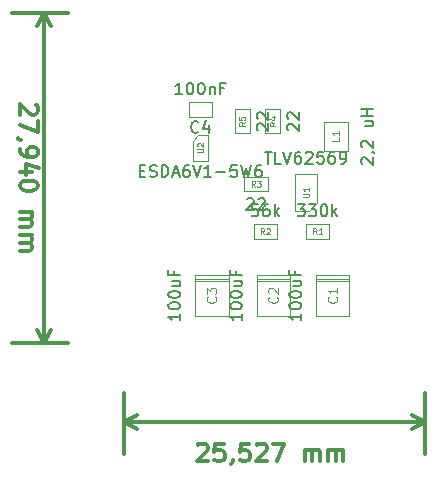
<source format=gbr>
G04 #@! TF.FileFunction,Other,Fab,Top*
%FSLAX46Y46*%
G04 Gerber Fmt 4.6, Leading zero omitted, Abs format (unit mm)*
G04 Created by KiCad (PCBNEW 4.0.6) date 09/05/17 06:11:10*
%MOMM*%
%LPD*%
G01*
G04 APERTURE LIST*
%ADD10C,0.100000*%
%ADD11C,0.300000*%
%ADD12C,0.150000*%
%ADD13C,0.120000*%
%ADD14C,0.075000*%
%ADD15C,0.090000*%
G04 APERTURE END LIST*
D10*
D11*
X145096715Y-99336429D02*
X145168144Y-99265000D01*
X145311001Y-99193571D01*
X145668144Y-99193571D01*
X145811001Y-99265000D01*
X145882430Y-99336429D01*
X145953858Y-99479286D01*
X145953858Y-99622143D01*
X145882430Y-99836429D01*
X145025287Y-100693571D01*
X145953858Y-100693571D01*
X147311001Y-99193571D02*
X146596715Y-99193571D01*
X146525286Y-99907857D01*
X146596715Y-99836429D01*
X146739572Y-99765000D01*
X147096715Y-99765000D01*
X147239572Y-99836429D01*
X147311001Y-99907857D01*
X147382429Y-100050714D01*
X147382429Y-100407857D01*
X147311001Y-100550714D01*
X147239572Y-100622143D01*
X147096715Y-100693571D01*
X146739572Y-100693571D01*
X146596715Y-100622143D01*
X146525286Y-100550714D01*
X148096714Y-100622143D02*
X148096714Y-100693571D01*
X148025286Y-100836429D01*
X147953857Y-100907857D01*
X149453858Y-99193571D02*
X148739572Y-99193571D01*
X148668143Y-99907857D01*
X148739572Y-99836429D01*
X148882429Y-99765000D01*
X149239572Y-99765000D01*
X149382429Y-99836429D01*
X149453858Y-99907857D01*
X149525286Y-100050714D01*
X149525286Y-100407857D01*
X149453858Y-100550714D01*
X149382429Y-100622143D01*
X149239572Y-100693571D01*
X148882429Y-100693571D01*
X148739572Y-100622143D01*
X148668143Y-100550714D01*
X150096714Y-99336429D02*
X150168143Y-99265000D01*
X150311000Y-99193571D01*
X150668143Y-99193571D01*
X150811000Y-99265000D01*
X150882429Y-99336429D01*
X150953857Y-99479286D01*
X150953857Y-99622143D01*
X150882429Y-99836429D01*
X150025286Y-100693571D01*
X150953857Y-100693571D01*
X151453857Y-99193571D02*
X152453857Y-99193571D01*
X151811000Y-100693571D01*
X154168142Y-100693571D02*
X154168142Y-99693571D01*
X154168142Y-99836429D02*
X154239570Y-99765000D01*
X154382428Y-99693571D01*
X154596713Y-99693571D01*
X154739570Y-99765000D01*
X154810999Y-99907857D01*
X154810999Y-100693571D01*
X154810999Y-99907857D02*
X154882428Y-99765000D01*
X155025285Y-99693571D01*
X155239570Y-99693571D01*
X155382428Y-99765000D01*
X155453856Y-99907857D01*
X155453856Y-100693571D01*
X156168142Y-100693571D02*
X156168142Y-99693571D01*
X156168142Y-99836429D02*
X156239570Y-99765000D01*
X156382428Y-99693571D01*
X156596713Y-99693571D01*
X156739570Y-99765000D01*
X156810999Y-99907857D01*
X156810999Y-100693571D01*
X156810999Y-99907857D02*
X156882428Y-99765000D01*
X157025285Y-99693571D01*
X157239570Y-99693571D01*
X157382428Y-99765000D01*
X157453856Y-99907857D01*
X157453856Y-100693571D01*
X164363400Y-97358999D02*
X138836400Y-97358999D01*
X164363400Y-94946000D02*
X164363400Y-100058999D01*
X138836400Y-94946000D02*
X138836400Y-100058999D01*
X138836400Y-97358999D02*
X139962904Y-96772578D01*
X138836400Y-97358999D02*
X139962904Y-97945420D01*
X164363400Y-97358999D02*
X163236896Y-96772578D01*
X164363400Y-97358999D02*
X163236896Y-97945420D01*
X131433971Y-70493715D02*
X131505400Y-70565144D01*
X131576829Y-70708001D01*
X131576829Y-71065144D01*
X131505400Y-71208001D01*
X131433971Y-71279430D01*
X131291114Y-71350858D01*
X131148257Y-71350858D01*
X130933971Y-71279430D01*
X130076829Y-70422287D01*
X130076829Y-71350858D01*
X131576829Y-71850858D02*
X131576829Y-72850858D01*
X130076829Y-72208001D01*
X130148257Y-73493714D02*
X130076829Y-73493714D01*
X129933971Y-73422286D01*
X129862543Y-73350857D01*
X130076829Y-74208000D02*
X130076829Y-74493715D01*
X130148257Y-74636572D01*
X130219686Y-74708000D01*
X130433971Y-74850858D01*
X130719686Y-74922286D01*
X131291114Y-74922286D01*
X131433971Y-74850858D01*
X131505400Y-74779429D01*
X131576829Y-74636572D01*
X131576829Y-74350858D01*
X131505400Y-74208000D01*
X131433971Y-74136572D01*
X131291114Y-74065143D01*
X130933971Y-74065143D01*
X130791114Y-74136572D01*
X130719686Y-74208000D01*
X130648257Y-74350858D01*
X130648257Y-74636572D01*
X130719686Y-74779429D01*
X130791114Y-74850858D01*
X130933971Y-74922286D01*
X131076829Y-76208000D02*
X130076829Y-76208000D01*
X131648257Y-75850857D02*
X130576829Y-75493714D01*
X130576829Y-76422286D01*
X131576829Y-77279428D02*
X131576829Y-77422285D01*
X131505400Y-77565142D01*
X131433971Y-77636571D01*
X131291114Y-77708000D01*
X131005400Y-77779428D01*
X130648257Y-77779428D01*
X130362543Y-77708000D01*
X130219686Y-77636571D01*
X130148257Y-77565142D01*
X130076829Y-77422285D01*
X130076829Y-77279428D01*
X130148257Y-77136571D01*
X130219686Y-77065142D01*
X130362543Y-76993714D01*
X130648257Y-76922285D01*
X131005400Y-76922285D01*
X131291114Y-76993714D01*
X131433971Y-77065142D01*
X131505400Y-77136571D01*
X131576829Y-77279428D01*
X130076829Y-79565142D02*
X131076829Y-79565142D01*
X130933971Y-79565142D02*
X131005400Y-79636570D01*
X131076829Y-79779428D01*
X131076829Y-79993713D01*
X131005400Y-80136570D01*
X130862543Y-80207999D01*
X130076829Y-80207999D01*
X130862543Y-80207999D02*
X131005400Y-80279428D01*
X131076829Y-80422285D01*
X131076829Y-80636570D01*
X131005400Y-80779428D01*
X130862543Y-80850856D01*
X130076829Y-80850856D01*
X130076829Y-81565142D02*
X131076829Y-81565142D01*
X130933971Y-81565142D02*
X131005400Y-81636570D01*
X131076829Y-81779428D01*
X131076829Y-81993713D01*
X131005400Y-82136570D01*
X130862543Y-82207999D01*
X130076829Y-82207999D01*
X130862543Y-82207999D02*
X131005400Y-82279428D01*
X131076829Y-82422285D01*
X131076829Y-82636570D01*
X131005400Y-82779428D01*
X130862543Y-82850856D01*
X130076829Y-82850856D01*
X132105400Y-62738000D02*
X132105400Y-90678000D01*
X134137400Y-62738000D02*
X129405400Y-62738000D01*
X134137400Y-90678000D02*
X129405400Y-90678000D01*
X132105400Y-90678000D02*
X131518979Y-89551496D01*
X132105400Y-90678000D02*
X132691821Y-89551496D01*
X132105400Y-62738000D02*
X131518979Y-63864504D01*
X132105400Y-62738000D02*
X132691821Y-63864504D01*
D10*
X157961000Y-84885000D02*
X155161000Y-84885000D01*
X155161000Y-84885000D02*
X155161000Y-88385000D01*
X155161000Y-88385000D02*
X157961000Y-88385000D01*
X157961000Y-88385000D02*
X157961000Y-84885000D01*
X157961000Y-85235000D02*
X155161000Y-85235000D01*
X157961000Y-85410000D02*
X155161000Y-85410000D01*
X146026000Y-73055000D02*
X145176000Y-73055000D01*
X144676000Y-73555000D02*
X144676000Y-75255000D01*
X146026000Y-73055000D02*
X146026000Y-75255000D01*
X146026000Y-75255000D02*
X144676000Y-75255000D01*
X145176000Y-73055000D02*
X144676000Y-73555000D01*
X152941000Y-84895000D02*
X150141000Y-84895000D01*
X150141000Y-84895000D02*
X150141000Y-88395000D01*
X150141000Y-88395000D02*
X152941000Y-88395000D01*
X152941000Y-88395000D02*
X152941000Y-84895000D01*
X152941000Y-85245000D02*
X150141000Y-85245000D01*
X152941000Y-85420000D02*
X150141000Y-85420000D01*
X147721000Y-84895000D02*
X144921000Y-84895000D01*
X144921000Y-84895000D02*
X144921000Y-88395000D01*
X144921000Y-88395000D02*
X147721000Y-88395000D01*
X147721000Y-88395000D02*
X147721000Y-84895000D01*
X147721000Y-85245000D02*
X144921000Y-85245000D01*
X147721000Y-85420000D02*
X144921000Y-85420000D01*
X146341000Y-70305000D02*
X146341000Y-71545000D01*
X144341000Y-70305000D02*
X146341000Y-70305000D01*
X144341000Y-71545000D02*
X144341000Y-70305000D01*
X146341000Y-71545000D02*
X144341000Y-71545000D01*
X156261000Y-80625000D02*
X156261000Y-81865000D01*
X154261000Y-80625000D02*
X156261000Y-80625000D01*
X154261000Y-81865000D02*
X154261000Y-80625000D01*
X156261000Y-81865000D02*
X154261000Y-81865000D01*
X151841000Y-80625000D02*
X151841000Y-81865000D01*
X149841000Y-80625000D02*
X151841000Y-80625000D01*
X149841000Y-81865000D02*
X149841000Y-80625000D01*
X151841000Y-81865000D02*
X149841000Y-81865000D01*
X149041000Y-77845000D02*
X149041000Y-76605000D01*
X151041000Y-77845000D02*
X149041000Y-77845000D01*
X151041000Y-76605000D02*
X151041000Y-77845000D01*
X149041000Y-76605000D02*
X151041000Y-76605000D01*
X152091000Y-72905000D02*
X150851000Y-72905000D01*
X152091000Y-70905000D02*
X152091000Y-72905000D01*
X150851000Y-70905000D02*
X152091000Y-70905000D01*
X150851000Y-72905000D02*
X150851000Y-70905000D01*
X149511000Y-72895000D02*
X148271000Y-72895000D01*
X149511000Y-70895000D02*
X149511000Y-72895000D01*
X148271000Y-70895000D02*
X149511000Y-70895000D01*
X148271000Y-72895000D02*
X148271000Y-70895000D01*
X155831000Y-74425000D02*
X157831000Y-74425000D01*
X157831000Y-74425000D02*
X157831000Y-71925000D01*
X157831000Y-71925000D02*
X155831000Y-71925000D01*
X155831000Y-71925000D02*
X155831000Y-74425000D01*
X155191000Y-78835000D02*
X154541000Y-79485000D01*
X153391000Y-79485000D02*
X154541000Y-79485000D01*
X155191000Y-78835000D02*
X155191000Y-76385000D01*
X153391000Y-76385000D02*
X155191000Y-76385000D01*
X153391000Y-79485000D02*
X153391000Y-76385000D01*
D12*
X153863381Y-88182619D02*
X153863381Y-88754048D01*
X153863381Y-88468334D02*
X152863381Y-88468334D01*
X153006238Y-88563572D01*
X153101476Y-88658810D01*
X153149095Y-88754048D01*
X152863381Y-87563572D02*
X152863381Y-87468333D01*
X152911000Y-87373095D01*
X152958619Y-87325476D01*
X153053857Y-87277857D01*
X153244333Y-87230238D01*
X153482429Y-87230238D01*
X153672905Y-87277857D01*
X153768143Y-87325476D01*
X153815762Y-87373095D01*
X153863381Y-87468333D01*
X153863381Y-87563572D01*
X153815762Y-87658810D01*
X153768143Y-87706429D01*
X153672905Y-87754048D01*
X153482429Y-87801667D01*
X153244333Y-87801667D01*
X153053857Y-87754048D01*
X152958619Y-87706429D01*
X152911000Y-87658810D01*
X152863381Y-87563572D01*
X152863381Y-86611191D02*
X152863381Y-86515952D01*
X152911000Y-86420714D01*
X152958619Y-86373095D01*
X153053857Y-86325476D01*
X153244333Y-86277857D01*
X153482429Y-86277857D01*
X153672905Y-86325476D01*
X153768143Y-86373095D01*
X153815762Y-86420714D01*
X153863381Y-86515952D01*
X153863381Y-86611191D01*
X153815762Y-86706429D01*
X153768143Y-86754048D01*
X153672905Y-86801667D01*
X153482429Y-86849286D01*
X153244333Y-86849286D01*
X153053857Y-86801667D01*
X152958619Y-86754048D01*
X152911000Y-86706429D01*
X152863381Y-86611191D01*
X153196714Y-85420714D02*
X153863381Y-85420714D01*
X153196714Y-85849286D02*
X153720524Y-85849286D01*
X153815762Y-85801667D01*
X153863381Y-85706429D01*
X153863381Y-85563571D01*
X153815762Y-85468333D01*
X153768143Y-85420714D01*
X153339571Y-84611190D02*
X153339571Y-84944524D01*
X153863381Y-84944524D02*
X152863381Y-84944524D01*
X152863381Y-84468333D01*
D13*
X156846714Y-86768333D02*
X156884810Y-86806428D01*
X156922905Y-86920714D01*
X156922905Y-86996904D01*
X156884810Y-87111190D01*
X156808619Y-87187381D01*
X156732429Y-87225476D01*
X156580048Y-87263571D01*
X156465762Y-87263571D01*
X156313381Y-87225476D01*
X156237190Y-87187381D01*
X156161000Y-87111190D01*
X156122905Y-86996904D01*
X156122905Y-86920714D01*
X156161000Y-86806428D01*
X156199095Y-86768333D01*
X156922905Y-86006428D02*
X156922905Y-86463571D01*
X156922905Y-86235000D02*
X156122905Y-86235000D01*
X156237190Y-86311190D01*
X156313381Y-86387381D01*
X156351476Y-86463571D01*
D12*
X140208143Y-76083571D02*
X140541477Y-76083571D01*
X140684334Y-76607381D02*
X140208143Y-76607381D01*
X140208143Y-75607381D01*
X140684334Y-75607381D01*
X141065286Y-76559762D02*
X141208143Y-76607381D01*
X141446239Y-76607381D01*
X141541477Y-76559762D01*
X141589096Y-76512143D01*
X141636715Y-76416905D01*
X141636715Y-76321667D01*
X141589096Y-76226429D01*
X141541477Y-76178810D01*
X141446239Y-76131190D01*
X141255762Y-76083571D01*
X141160524Y-76035952D01*
X141112905Y-75988333D01*
X141065286Y-75893095D01*
X141065286Y-75797857D01*
X141112905Y-75702619D01*
X141160524Y-75655000D01*
X141255762Y-75607381D01*
X141493858Y-75607381D01*
X141636715Y-75655000D01*
X142065286Y-76607381D02*
X142065286Y-75607381D01*
X142303381Y-75607381D01*
X142446239Y-75655000D01*
X142541477Y-75750238D01*
X142589096Y-75845476D01*
X142636715Y-76035952D01*
X142636715Y-76178810D01*
X142589096Y-76369286D01*
X142541477Y-76464524D01*
X142446239Y-76559762D01*
X142303381Y-76607381D01*
X142065286Y-76607381D01*
X143017667Y-76321667D02*
X143493858Y-76321667D01*
X142922429Y-76607381D02*
X143255762Y-75607381D01*
X143589096Y-76607381D01*
X144351001Y-75607381D02*
X144160524Y-75607381D01*
X144065286Y-75655000D01*
X144017667Y-75702619D01*
X143922429Y-75845476D01*
X143874810Y-76035952D01*
X143874810Y-76416905D01*
X143922429Y-76512143D01*
X143970048Y-76559762D01*
X144065286Y-76607381D01*
X144255763Y-76607381D01*
X144351001Y-76559762D01*
X144398620Y-76512143D01*
X144446239Y-76416905D01*
X144446239Y-76178810D01*
X144398620Y-76083571D01*
X144351001Y-76035952D01*
X144255763Y-75988333D01*
X144065286Y-75988333D01*
X143970048Y-76035952D01*
X143922429Y-76083571D01*
X143874810Y-76178810D01*
X144731953Y-75607381D02*
X145065286Y-76607381D01*
X145398620Y-75607381D01*
X146255763Y-76607381D02*
X145684334Y-76607381D01*
X145970048Y-76607381D02*
X145970048Y-75607381D01*
X145874810Y-75750238D01*
X145779572Y-75845476D01*
X145684334Y-75893095D01*
X146684334Y-76226429D02*
X147446239Y-76226429D01*
X148398620Y-75607381D02*
X147922429Y-75607381D01*
X147874810Y-76083571D01*
X147922429Y-76035952D01*
X148017667Y-75988333D01*
X148255763Y-75988333D01*
X148351001Y-76035952D01*
X148398620Y-76083571D01*
X148446239Y-76178810D01*
X148446239Y-76416905D01*
X148398620Y-76512143D01*
X148351001Y-76559762D01*
X148255763Y-76607381D01*
X148017667Y-76607381D01*
X147922429Y-76559762D01*
X147874810Y-76512143D01*
X148779572Y-75607381D02*
X149017667Y-76607381D01*
X149208144Y-75893095D01*
X149398620Y-76607381D01*
X149636715Y-75607381D01*
X150446239Y-75607381D02*
X150255762Y-75607381D01*
X150160524Y-75655000D01*
X150112905Y-75702619D01*
X150017667Y-75845476D01*
X149970048Y-76035952D01*
X149970048Y-76416905D01*
X150017667Y-76512143D01*
X150065286Y-76559762D01*
X150160524Y-76607381D01*
X150351001Y-76607381D01*
X150446239Y-76559762D01*
X150493858Y-76512143D01*
X150541477Y-76416905D01*
X150541477Y-76178810D01*
X150493858Y-76083571D01*
X150446239Y-76035952D01*
X150351001Y-75988333D01*
X150160524Y-75988333D01*
X150065286Y-76035952D01*
X150017667Y-76083571D01*
X149970048Y-76178810D01*
D14*
X145077190Y-74535952D02*
X145481952Y-74535952D01*
X145529571Y-74512143D01*
X145553381Y-74488333D01*
X145577190Y-74440714D01*
X145577190Y-74345476D01*
X145553381Y-74297857D01*
X145529571Y-74274048D01*
X145481952Y-74250238D01*
X145077190Y-74250238D01*
X145124810Y-74035952D02*
X145101000Y-74012142D01*
X145077190Y-73964523D01*
X145077190Y-73845476D01*
X145101000Y-73797857D01*
X145124810Y-73774047D01*
X145172429Y-73750238D01*
X145220048Y-73750238D01*
X145291476Y-73774047D01*
X145577190Y-74059761D01*
X145577190Y-73750238D01*
D12*
X148843381Y-88192619D02*
X148843381Y-88764048D01*
X148843381Y-88478334D02*
X147843381Y-88478334D01*
X147986238Y-88573572D01*
X148081476Y-88668810D01*
X148129095Y-88764048D01*
X147843381Y-87573572D02*
X147843381Y-87478333D01*
X147891000Y-87383095D01*
X147938619Y-87335476D01*
X148033857Y-87287857D01*
X148224333Y-87240238D01*
X148462429Y-87240238D01*
X148652905Y-87287857D01*
X148748143Y-87335476D01*
X148795762Y-87383095D01*
X148843381Y-87478333D01*
X148843381Y-87573572D01*
X148795762Y-87668810D01*
X148748143Y-87716429D01*
X148652905Y-87764048D01*
X148462429Y-87811667D01*
X148224333Y-87811667D01*
X148033857Y-87764048D01*
X147938619Y-87716429D01*
X147891000Y-87668810D01*
X147843381Y-87573572D01*
X147843381Y-86621191D02*
X147843381Y-86525952D01*
X147891000Y-86430714D01*
X147938619Y-86383095D01*
X148033857Y-86335476D01*
X148224333Y-86287857D01*
X148462429Y-86287857D01*
X148652905Y-86335476D01*
X148748143Y-86383095D01*
X148795762Y-86430714D01*
X148843381Y-86525952D01*
X148843381Y-86621191D01*
X148795762Y-86716429D01*
X148748143Y-86764048D01*
X148652905Y-86811667D01*
X148462429Y-86859286D01*
X148224333Y-86859286D01*
X148033857Y-86811667D01*
X147938619Y-86764048D01*
X147891000Y-86716429D01*
X147843381Y-86621191D01*
X148176714Y-85430714D02*
X148843381Y-85430714D01*
X148176714Y-85859286D02*
X148700524Y-85859286D01*
X148795762Y-85811667D01*
X148843381Y-85716429D01*
X148843381Y-85573571D01*
X148795762Y-85478333D01*
X148748143Y-85430714D01*
X148319571Y-84621190D02*
X148319571Y-84954524D01*
X148843381Y-84954524D02*
X147843381Y-84954524D01*
X147843381Y-84478333D01*
D13*
X151826714Y-86778333D02*
X151864810Y-86816428D01*
X151902905Y-86930714D01*
X151902905Y-87006904D01*
X151864810Y-87121190D01*
X151788619Y-87197381D01*
X151712429Y-87235476D01*
X151560048Y-87273571D01*
X151445762Y-87273571D01*
X151293381Y-87235476D01*
X151217190Y-87197381D01*
X151141000Y-87121190D01*
X151102905Y-87006904D01*
X151102905Y-86930714D01*
X151141000Y-86816428D01*
X151179095Y-86778333D01*
X151179095Y-86473571D02*
X151141000Y-86435476D01*
X151102905Y-86359285D01*
X151102905Y-86168809D01*
X151141000Y-86092619D01*
X151179095Y-86054523D01*
X151255286Y-86016428D01*
X151331476Y-86016428D01*
X151445762Y-86054523D01*
X151902905Y-86511666D01*
X151902905Y-86016428D01*
D12*
X143623381Y-88192619D02*
X143623381Y-88764048D01*
X143623381Y-88478334D02*
X142623381Y-88478334D01*
X142766238Y-88573572D01*
X142861476Y-88668810D01*
X142909095Y-88764048D01*
X142623381Y-87573572D02*
X142623381Y-87478333D01*
X142671000Y-87383095D01*
X142718619Y-87335476D01*
X142813857Y-87287857D01*
X143004333Y-87240238D01*
X143242429Y-87240238D01*
X143432905Y-87287857D01*
X143528143Y-87335476D01*
X143575762Y-87383095D01*
X143623381Y-87478333D01*
X143623381Y-87573572D01*
X143575762Y-87668810D01*
X143528143Y-87716429D01*
X143432905Y-87764048D01*
X143242429Y-87811667D01*
X143004333Y-87811667D01*
X142813857Y-87764048D01*
X142718619Y-87716429D01*
X142671000Y-87668810D01*
X142623381Y-87573572D01*
X142623381Y-86621191D02*
X142623381Y-86525952D01*
X142671000Y-86430714D01*
X142718619Y-86383095D01*
X142813857Y-86335476D01*
X143004333Y-86287857D01*
X143242429Y-86287857D01*
X143432905Y-86335476D01*
X143528143Y-86383095D01*
X143575762Y-86430714D01*
X143623381Y-86525952D01*
X143623381Y-86621191D01*
X143575762Y-86716429D01*
X143528143Y-86764048D01*
X143432905Y-86811667D01*
X143242429Y-86859286D01*
X143004333Y-86859286D01*
X142813857Y-86811667D01*
X142718619Y-86764048D01*
X142671000Y-86716429D01*
X142623381Y-86621191D01*
X142956714Y-85430714D02*
X143623381Y-85430714D01*
X142956714Y-85859286D02*
X143480524Y-85859286D01*
X143575762Y-85811667D01*
X143623381Y-85716429D01*
X143623381Y-85573571D01*
X143575762Y-85478333D01*
X143528143Y-85430714D01*
X143099571Y-84621190D02*
X143099571Y-84954524D01*
X143623381Y-84954524D02*
X142623381Y-84954524D01*
X142623381Y-84478333D01*
D13*
X146606714Y-86778333D02*
X146644810Y-86816428D01*
X146682905Y-86930714D01*
X146682905Y-87006904D01*
X146644810Y-87121190D01*
X146568619Y-87197381D01*
X146492429Y-87235476D01*
X146340048Y-87273571D01*
X146225762Y-87273571D01*
X146073381Y-87235476D01*
X145997190Y-87197381D01*
X145921000Y-87121190D01*
X145882905Y-87006904D01*
X145882905Y-86930714D01*
X145921000Y-86816428D01*
X145959095Y-86778333D01*
X145882905Y-86511666D02*
X145882905Y-86016428D01*
X146187667Y-86283095D01*
X146187667Y-86168809D01*
X146225762Y-86092619D01*
X146263857Y-86054523D01*
X146340048Y-86016428D01*
X146530524Y-86016428D01*
X146606714Y-86054523D01*
X146644810Y-86092619D01*
X146682905Y-86168809D01*
X146682905Y-86397381D01*
X146644810Y-86473571D01*
X146606714Y-86511666D01*
D12*
X143793381Y-69627381D02*
X143221952Y-69627381D01*
X143507666Y-69627381D02*
X143507666Y-68627381D01*
X143412428Y-68770238D01*
X143317190Y-68865476D01*
X143221952Y-68913095D01*
X144412428Y-68627381D02*
X144507667Y-68627381D01*
X144602905Y-68675000D01*
X144650524Y-68722619D01*
X144698143Y-68817857D01*
X144745762Y-69008333D01*
X144745762Y-69246429D01*
X144698143Y-69436905D01*
X144650524Y-69532143D01*
X144602905Y-69579762D01*
X144507667Y-69627381D01*
X144412428Y-69627381D01*
X144317190Y-69579762D01*
X144269571Y-69532143D01*
X144221952Y-69436905D01*
X144174333Y-69246429D01*
X144174333Y-69008333D01*
X144221952Y-68817857D01*
X144269571Y-68722619D01*
X144317190Y-68675000D01*
X144412428Y-68627381D01*
X145364809Y-68627381D02*
X145460048Y-68627381D01*
X145555286Y-68675000D01*
X145602905Y-68722619D01*
X145650524Y-68817857D01*
X145698143Y-69008333D01*
X145698143Y-69246429D01*
X145650524Y-69436905D01*
X145602905Y-69532143D01*
X145555286Y-69579762D01*
X145460048Y-69627381D01*
X145364809Y-69627381D01*
X145269571Y-69579762D01*
X145221952Y-69532143D01*
X145174333Y-69436905D01*
X145126714Y-69246429D01*
X145126714Y-69008333D01*
X145174333Y-68817857D01*
X145221952Y-68722619D01*
X145269571Y-68675000D01*
X145364809Y-68627381D01*
X146126714Y-68960714D02*
X146126714Y-69627381D01*
X146126714Y-69055952D02*
X146174333Y-69008333D01*
X146269571Y-68960714D01*
X146412429Y-68960714D01*
X146507667Y-69008333D01*
X146555286Y-69103571D01*
X146555286Y-69627381D01*
X147364810Y-69103571D02*
X147031476Y-69103571D01*
X147031476Y-69627381D02*
X147031476Y-68627381D01*
X147507667Y-68627381D01*
X145174334Y-72782143D02*
X145126715Y-72829762D01*
X144983858Y-72877381D01*
X144888620Y-72877381D01*
X144745762Y-72829762D01*
X144650524Y-72734524D01*
X144602905Y-72639286D01*
X144555286Y-72448810D01*
X144555286Y-72305952D01*
X144602905Y-72115476D01*
X144650524Y-72020238D01*
X144745762Y-71925000D01*
X144888620Y-71877381D01*
X144983858Y-71877381D01*
X145126715Y-71925000D01*
X145174334Y-71972619D01*
X146031477Y-72210714D02*
X146031477Y-72877381D01*
X145793381Y-71829762D02*
X145555286Y-72544048D01*
X146174334Y-72544048D01*
X153570524Y-78947381D02*
X154189572Y-78947381D01*
X153856238Y-79328333D01*
X153999096Y-79328333D01*
X154094334Y-79375952D01*
X154141953Y-79423571D01*
X154189572Y-79518810D01*
X154189572Y-79756905D01*
X154141953Y-79852143D01*
X154094334Y-79899762D01*
X153999096Y-79947381D01*
X153713381Y-79947381D01*
X153618143Y-79899762D01*
X153570524Y-79852143D01*
X154522905Y-78947381D02*
X155141953Y-78947381D01*
X154808619Y-79328333D01*
X154951477Y-79328333D01*
X155046715Y-79375952D01*
X155094334Y-79423571D01*
X155141953Y-79518810D01*
X155141953Y-79756905D01*
X155094334Y-79852143D01*
X155046715Y-79899762D01*
X154951477Y-79947381D01*
X154665762Y-79947381D01*
X154570524Y-79899762D01*
X154522905Y-79852143D01*
X155761000Y-78947381D02*
X155856239Y-78947381D01*
X155951477Y-78995000D01*
X155999096Y-79042619D01*
X156046715Y-79137857D01*
X156094334Y-79328333D01*
X156094334Y-79566429D01*
X156046715Y-79756905D01*
X155999096Y-79852143D01*
X155951477Y-79899762D01*
X155856239Y-79947381D01*
X155761000Y-79947381D01*
X155665762Y-79899762D01*
X155618143Y-79852143D01*
X155570524Y-79756905D01*
X155522905Y-79566429D01*
X155522905Y-79328333D01*
X155570524Y-79137857D01*
X155618143Y-79042619D01*
X155665762Y-78995000D01*
X155761000Y-78947381D01*
X156522905Y-79947381D02*
X156522905Y-78947381D01*
X156618143Y-79566429D02*
X156903858Y-79947381D01*
X156903858Y-79280714D02*
X156522905Y-79661667D01*
D14*
X155177667Y-81471190D02*
X155011000Y-81233095D01*
X154891953Y-81471190D02*
X154891953Y-80971190D01*
X155082429Y-80971190D01*
X155130048Y-80995000D01*
X155153857Y-81018810D01*
X155177667Y-81066429D01*
X155177667Y-81137857D01*
X155153857Y-81185476D01*
X155130048Y-81209286D01*
X155082429Y-81233095D01*
X154891953Y-81233095D01*
X155653857Y-81471190D02*
X155368143Y-81471190D01*
X155511000Y-81471190D02*
X155511000Y-80971190D01*
X155463381Y-81042619D01*
X155415762Y-81090238D01*
X155368143Y-81114048D01*
D12*
X150198143Y-78947381D02*
X149721952Y-78947381D01*
X149674333Y-79423571D01*
X149721952Y-79375952D01*
X149817190Y-79328333D01*
X150055286Y-79328333D01*
X150150524Y-79375952D01*
X150198143Y-79423571D01*
X150245762Y-79518810D01*
X150245762Y-79756905D01*
X150198143Y-79852143D01*
X150150524Y-79899762D01*
X150055286Y-79947381D01*
X149817190Y-79947381D01*
X149721952Y-79899762D01*
X149674333Y-79852143D01*
X151102905Y-78947381D02*
X150912428Y-78947381D01*
X150817190Y-78995000D01*
X150769571Y-79042619D01*
X150674333Y-79185476D01*
X150626714Y-79375952D01*
X150626714Y-79756905D01*
X150674333Y-79852143D01*
X150721952Y-79899762D01*
X150817190Y-79947381D01*
X151007667Y-79947381D01*
X151102905Y-79899762D01*
X151150524Y-79852143D01*
X151198143Y-79756905D01*
X151198143Y-79518810D01*
X151150524Y-79423571D01*
X151102905Y-79375952D01*
X151007667Y-79328333D01*
X150817190Y-79328333D01*
X150721952Y-79375952D01*
X150674333Y-79423571D01*
X150626714Y-79518810D01*
X151626714Y-79947381D02*
X151626714Y-78947381D01*
X151721952Y-79566429D02*
X152007667Y-79947381D01*
X152007667Y-79280714D02*
X151626714Y-79661667D01*
D14*
X150757667Y-81471190D02*
X150591000Y-81233095D01*
X150471953Y-81471190D02*
X150471953Y-80971190D01*
X150662429Y-80971190D01*
X150710048Y-80995000D01*
X150733857Y-81018810D01*
X150757667Y-81066429D01*
X150757667Y-81137857D01*
X150733857Y-81185476D01*
X150710048Y-81209286D01*
X150662429Y-81233095D01*
X150471953Y-81233095D01*
X150948143Y-81018810D02*
X150971953Y-80995000D01*
X151019572Y-80971190D01*
X151138619Y-80971190D01*
X151186238Y-80995000D01*
X151210048Y-81018810D01*
X151233857Y-81066429D01*
X151233857Y-81114048D01*
X151210048Y-81185476D01*
X150924334Y-81471190D01*
X151233857Y-81471190D01*
D12*
X149279095Y-78522619D02*
X149326714Y-78475000D01*
X149421952Y-78427381D01*
X149660048Y-78427381D01*
X149755286Y-78475000D01*
X149802905Y-78522619D01*
X149850524Y-78617857D01*
X149850524Y-78713095D01*
X149802905Y-78855952D01*
X149231476Y-79427381D01*
X149850524Y-79427381D01*
X150231476Y-78522619D02*
X150279095Y-78475000D01*
X150374333Y-78427381D01*
X150612429Y-78427381D01*
X150707667Y-78475000D01*
X150755286Y-78522619D01*
X150802905Y-78617857D01*
X150802905Y-78713095D01*
X150755286Y-78855952D01*
X150183857Y-79427381D01*
X150802905Y-79427381D01*
D14*
X149957667Y-77451190D02*
X149791000Y-77213095D01*
X149671953Y-77451190D02*
X149671953Y-76951190D01*
X149862429Y-76951190D01*
X149910048Y-76975000D01*
X149933857Y-76998810D01*
X149957667Y-77046429D01*
X149957667Y-77117857D01*
X149933857Y-77165476D01*
X149910048Y-77189286D01*
X149862429Y-77213095D01*
X149671953Y-77213095D01*
X150124334Y-76951190D02*
X150433857Y-76951190D01*
X150267191Y-77141667D01*
X150338619Y-77141667D01*
X150386238Y-77165476D01*
X150410048Y-77189286D01*
X150433857Y-77236905D01*
X150433857Y-77355952D01*
X150410048Y-77403571D01*
X150386238Y-77427381D01*
X150338619Y-77451190D01*
X150195762Y-77451190D01*
X150148143Y-77427381D01*
X150124334Y-77403571D01*
D12*
X152768619Y-72666905D02*
X152721000Y-72619286D01*
X152673381Y-72524048D01*
X152673381Y-72285952D01*
X152721000Y-72190714D01*
X152768619Y-72143095D01*
X152863857Y-72095476D01*
X152959095Y-72095476D01*
X153101952Y-72143095D01*
X153673381Y-72714524D01*
X153673381Y-72095476D01*
X152768619Y-71714524D02*
X152721000Y-71666905D01*
X152673381Y-71571667D01*
X152673381Y-71333571D01*
X152721000Y-71238333D01*
X152768619Y-71190714D01*
X152863857Y-71143095D01*
X152959095Y-71143095D01*
X153101952Y-71190714D01*
X153673381Y-71762143D01*
X153673381Y-71143095D01*
D14*
X151697190Y-71988333D02*
X151459095Y-72155000D01*
X151697190Y-72274047D02*
X151197190Y-72274047D01*
X151197190Y-72083571D01*
X151221000Y-72035952D01*
X151244810Y-72012143D01*
X151292429Y-71988333D01*
X151363857Y-71988333D01*
X151411476Y-72012143D01*
X151435286Y-72035952D01*
X151459095Y-72083571D01*
X151459095Y-72274047D01*
X151363857Y-71559762D02*
X151697190Y-71559762D01*
X151173381Y-71678809D02*
X151530524Y-71797857D01*
X151530524Y-71488333D01*
D12*
X150188619Y-72656905D02*
X150141000Y-72609286D01*
X150093381Y-72514048D01*
X150093381Y-72275952D01*
X150141000Y-72180714D01*
X150188619Y-72133095D01*
X150283857Y-72085476D01*
X150379095Y-72085476D01*
X150521952Y-72133095D01*
X151093381Y-72704524D01*
X151093381Y-72085476D01*
X150188619Y-71704524D02*
X150141000Y-71656905D01*
X150093381Y-71561667D01*
X150093381Y-71323571D01*
X150141000Y-71228333D01*
X150188619Y-71180714D01*
X150283857Y-71133095D01*
X150379095Y-71133095D01*
X150521952Y-71180714D01*
X151093381Y-71752143D01*
X151093381Y-71133095D01*
D14*
X149117190Y-71978333D02*
X148879095Y-72145000D01*
X149117190Y-72264047D02*
X148617190Y-72264047D01*
X148617190Y-72073571D01*
X148641000Y-72025952D01*
X148664810Y-72002143D01*
X148712429Y-71978333D01*
X148783857Y-71978333D01*
X148831476Y-72002143D01*
X148855286Y-72025952D01*
X148879095Y-72073571D01*
X148879095Y-72264047D01*
X148617190Y-71525952D02*
X148617190Y-71764047D01*
X148855286Y-71787857D01*
X148831476Y-71764047D01*
X148807667Y-71716428D01*
X148807667Y-71597381D01*
X148831476Y-71549762D01*
X148855286Y-71525952D01*
X148902905Y-71502143D01*
X149021952Y-71502143D01*
X149069571Y-71525952D01*
X149093381Y-71549762D01*
X149117190Y-71597381D01*
X149117190Y-71716428D01*
X149093381Y-71764047D01*
X149069571Y-71787857D01*
D12*
X159028619Y-75532143D02*
X158981000Y-75484524D01*
X158933381Y-75389286D01*
X158933381Y-75151190D01*
X158981000Y-75055952D01*
X159028619Y-75008333D01*
X159123857Y-74960714D01*
X159219095Y-74960714D01*
X159361952Y-75008333D01*
X159933381Y-75579762D01*
X159933381Y-74960714D01*
X159885762Y-74484524D02*
X159933381Y-74484524D01*
X160028619Y-74532143D01*
X160076238Y-74579762D01*
X159028619Y-74103572D02*
X158981000Y-74055953D01*
X158933381Y-73960715D01*
X158933381Y-73722619D01*
X158981000Y-73627381D01*
X159028619Y-73579762D01*
X159123857Y-73532143D01*
X159219095Y-73532143D01*
X159361952Y-73579762D01*
X159933381Y-74151191D01*
X159933381Y-73532143D01*
X159266714Y-71913095D02*
X159933381Y-71913095D01*
X159266714Y-72341667D02*
X159790524Y-72341667D01*
X159885762Y-72294048D01*
X159933381Y-72198810D01*
X159933381Y-72055952D01*
X159885762Y-71960714D01*
X159838143Y-71913095D01*
X159933381Y-71436905D02*
X158933381Y-71436905D01*
X159409571Y-71436905D02*
X159409571Y-70865476D01*
X159933381Y-70865476D02*
X158933381Y-70865476D01*
D15*
X157102429Y-73275000D02*
X157102429Y-73560714D01*
X156502429Y-73560714D01*
X157102429Y-72760714D02*
X157102429Y-73103571D01*
X157102429Y-72932143D02*
X156502429Y-72932143D01*
X156588143Y-72989286D01*
X156645286Y-73046428D01*
X156673857Y-73103571D01*
D12*
X150791000Y-74487381D02*
X151362429Y-74487381D01*
X151076714Y-75487381D02*
X151076714Y-74487381D01*
X152171953Y-75487381D02*
X151695762Y-75487381D01*
X151695762Y-74487381D01*
X152362429Y-74487381D02*
X152695762Y-75487381D01*
X153029096Y-74487381D01*
X153791001Y-74487381D02*
X153600524Y-74487381D01*
X153505286Y-74535000D01*
X153457667Y-74582619D01*
X153362429Y-74725476D01*
X153314810Y-74915952D01*
X153314810Y-75296905D01*
X153362429Y-75392143D01*
X153410048Y-75439762D01*
X153505286Y-75487381D01*
X153695763Y-75487381D01*
X153791001Y-75439762D01*
X153838620Y-75392143D01*
X153886239Y-75296905D01*
X153886239Y-75058810D01*
X153838620Y-74963571D01*
X153791001Y-74915952D01*
X153695763Y-74868333D01*
X153505286Y-74868333D01*
X153410048Y-74915952D01*
X153362429Y-74963571D01*
X153314810Y-75058810D01*
X154267191Y-74582619D02*
X154314810Y-74535000D01*
X154410048Y-74487381D01*
X154648144Y-74487381D01*
X154743382Y-74535000D01*
X154791001Y-74582619D01*
X154838620Y-74677857D01*
X154838620Y-74773095D01*
X154791001Y-74915952D01*
X154219572Y-75487381D01*
X154838620Y-75487381D01*
X155743382Y-74487381D02*
X155267191Y-74487381D01*
X155219572Y-74963571D01*
X155267191Y-74915952D01*
X155362429Y-74868333D01*
X155600525Y-74868333D01*
X155695763Y-74915952D01*
X155743382Y-74963571D01*
X155791001Y-75058810D01*
X155791001Y-75296905D01*
X155743382Y-75392143D01*
X155695763Y-75439762D01*
X155600525Y-75487381D01*
X155362429Y-75487381D01*
X155267191Y-75439762D01*
X155219572Y-75392143D01*
X156648144Y-74487381D02*
X156457667Y-74487381D01*
X156362429Y-74535000D01*
X156314810Y-74582619D01*
X156219572Y-74725476D01*
X156171953Y-74915952D01*
X156171953Y-75296905D01*
X156219572Y-75392143D01*
X156267191Y-75439762D01*
X156362429Y-75487381D01*
X156552906Y-75487381D01*
X156648144Y-75439762D01*
X156695763Y-75392143D01*
X156743382Y-75296905D01*
X156743382Y-75058810D01*
X156695763Y-74963571D01*
X156648144Y-74915952D01*
X156552906Y-74868333D01*
X156362429Y-74868333D01*
X156267191Y-74915952D01*
X156219572Y-74963571D01*
X156171953Y-75058810D01*
X157219572Y-75487381D02*
X157410048Y-75487381D01*
X157505287Y-75439762D01*
X157552906Y-75392143D01*
X157648144Y-75249286D01*
X157695763Y-75058810D01*
X157695763Y-74677857D01*
X157648144Y-74582619D01*
X157600525Y-74535000D01*
X157505287Y-74487381D01*
X157314810Y-74487381D01*
X157219572Y-74535000D01*
X157171953Y-74582619D01*
X157124334Y-74677857D01*
X157124334Y-74915952D01*
X157171953Y-75011190D01*
X157219572Y-75058810D01*
X157314810Y-75106429D01*
X157505287Y-75106429D01*
X157600525Y-75058810D01*
X157648144Y-75011190D01*
X157695763Y-74915952D01*
D14*
X154017190Y-78315952D02*
X154421952Y-78315952D01*
X154469571Y-78292143D01*
X154493381Y-78268333D01*
X154517190Y-78220714D01*
X154517190Y-78125476D01*
X154493381Y-78077857D01*
X154469571Y-78054048D01*
X154421952Y-78030238D01*
X154017190Y-78030238D01*
X154517190Y-77530238D02*
X154517190Y-77815952D01*
X154517190Y-77673095D02*
X154017190Y-77673095D01*
X154088619Y-77720714D01*
X154136238Y-77768333D01*
X154160048Y-77815952D01*
M02*

</source>
